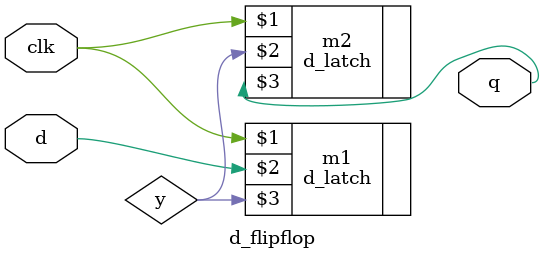
<source format=v>
`include "d_latch.v"


module d_flipflop(clk,d,q);
input clk,d;
output q;
wire y;
d_latch m1(clk,d,y);
d_latch m2(clk,y,q);

endmodule

</source>
